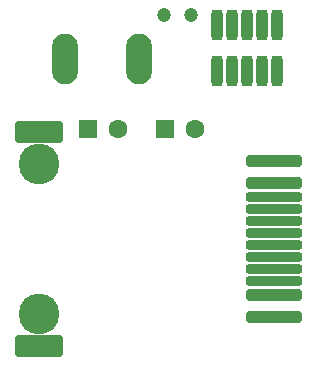
<source format=gbr>
G04 --- HEADER BEGIN --- *
G04 #@! TF.GenerationSoftware,LibrePCB,LibrePCB,1.0.1-unstable*
G04 #@! TF.CreationDate,2023-09-17T23:29:36*
G04 #@! TF.ProjectId,d0-reader,9220702f-a48e-4216-8865-87f6ea8ca353,v1*
G04 #@! TF.Part,Single*
G04 #@! TF.SameCoordinates*
G04 #@! TF.FileFunction,Soldermask,Top*
G04 #@! TF.FilePolarity,Negative*
%FSLAX66Y66*%
%MOMM*%
G01*
G75*
G04 --- HEADER END --- *
G04 --- APERTURE LIST BEGIN --- *
%AMROUNDEDRECT10*20,1,1.6,-0.7,0.0,0.7,0.0,0.0*20,1,1.4,-0.8,0.0,0.8,0.0,0.0*1,1,0.2,-0.7,0.7*1,1,0.2,0.7,0.7*1,1,0.2,0.7,-0.7*1,1,0.2,-0.7,-0.7*%
%ADD10ROUNDEDRECT10*%
%ADD11C,1.6*%
%AMROUNDEDRECT12*20,1,0.96,-1.01,0.0,1.01,0.0,90.0*20,1,0.38,-1.3,0.0,1.3,0.0,90.0*1,1,0.58,-0.19,-1.01*1,1,0.58,-0.19,1.01*1,1,0.58,0.19,1.01*1,1,0.58,0.19,-1.01*%
%ADD12ROUNDEDRECT12*%
%ADD13C,1.2*%
%ADD14O,2.2X4.3*%
%AMROUNDEDRECT15*20,1,1.01,-2.0975,0.0,2.0975,0.0,0.0*20,1,0.405,-2.4,0.0,2.4,0.0,0.0*1,1,0.605,-2.0975,0.2025*1,1,0.605,2.0975,0.2025*1,1,0.605,2.0975,-0.2025*1,1,0.605,-2.0975,-0.2025*%
%ADD15ROUNDEDRECT15*%
%AMROUNDEDRECT16*20,1,0.81,-2.1475,0.0,2.1475,0.0,0.0*20,1,0.305,-2.4,0.0,2.4,0.0,0.0*1,1,0.505,-2.1475,0.1525*1,1,0.505,2.1475,0.1525*1,1,0.505,2.1475,-0.1525*1,1,0.505,-2.1475,-0.1525*%
%ADD16ROUNDEDRECT16*%
%AMROUNDEDRECT17*20,1,1.9,-1.7035,0.0,1.7035,0.0,0.0*20,1,1.207,-2.05,0.0,2.05,0.0,0.0*1,1,0.693,-1.7035,0.6035*1,1,0.693,1.7035,0.6035*1,1,0.693,1.7035,-0.6035*1,1,0.693,-1.7035,-0.6035*%
%ADD17ROUNDEDRECT17*%
%ADD18C,3.45*%
G04 --- APERTURE LIST END --- *
G04 --- BOARD BEGIN --- *
D10*
G04 #@! TO.C,T1*
X1980000Y0D03*
D11*
X4520000Y0D03*
D12*
G04 #@! TO.C,J2*
X8890000Y4871250D03*
X8890000Y8781250D03*
X6350000Y8781250D03*
X10160000Y8781250D03*
X6350000Y4871250D03*
X7620000Y4871250D03*
X7620000Y8781250D03*
X11430000Y8781250D03*
X11430000Y4871250D03*
X10160000Y4871250D03*
D13*
G04 #@! TO.C,TP1*
X1905000Y9604375D03*
D10*
G04 #@! TO.C,LED1*
X-4520000Y0D03*
D11*
X-1980000Y0D03*
D14*
G04 #@! TO.C,J1*
X-6500000Y5940000D03*
X-200000Y5940000D03*
D13*
G04 #@! TO.C,TP2*
X4206875Y9604375D03*
D15*
G04 #@! TO.C,J3*
X11200000Y-15925000D03*
D16*
X11200000Y-5745000D03*
X11200000Y-8805000D03*
X11200000Y-7785000D03*
D15*
X11200000Y-4545000D03*
D16*
X11200000Y-12885000D03*
D17*
X-8720000Y-18385000D03*
D16*
X11200000Y-9825000D03*
D15*
X11200000Y-14085000D03*
D16*
X11200000Y-6765000D03*
D17*
X-8720000Y-245000D03*
D15*
X11200000Y-2705000D03*
D16*
X11200000Y-11865000D03*
X11200000Y-10845000D03*
D18*
G04 #@! TD*
X-8720000Y-2965000D03*
X-8720000Y-15665000D03*
G04 --- BOARD END --- *
G04 #@! TF.MD5,05bf15c9137fd1d3b289ee08032b2a5c*
M02*

</source>
